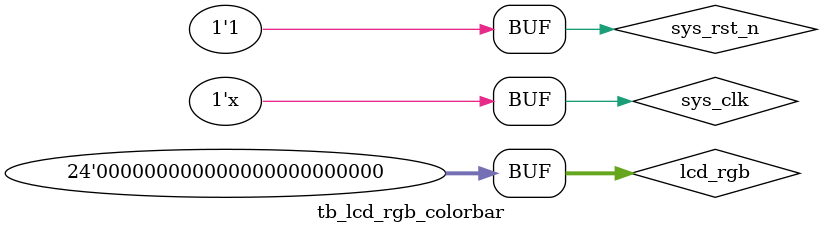
<source format=v>
`timescale 1ns / 1ps

module tb_lcd_rgb_colorbar();

//reg define
reg     sys_clk;
reg     sys_rst_n;     

//wire define
wire          lcd_de ;
wire          lcd_hs ;
wire          lcd_vs ;
wire          lcd_bl ;
wire          lcd_clk;
wire  [23:0]  lcd_rgb;
        
always #10 sys_clk = ~sys_clk;
assign lcd_rgb = 24'h0;

initial begin
    sys_clk = 1'b0;
    sys_rst_n = 1'b0;
    #200
    sys_rst_n = 1'b1;
end

lcd_rgb_colorbar u_lcd_rgb_colorbar(
    .sys_clk          (sys_clk  ),
    .sys_rst_n        (sys_rst_n),

    .lcd_de           (lcd_de ),
    .lcd_hs           (lcd_hs ),
    .lcd_vs           (lcd_vs ),
    .lcd_bl           (lcd_bl ),
    .lcd_clk          (lcd_clk),
    .lcd_rgb          (lcd_rgb)
    );

endmodule

</source>
